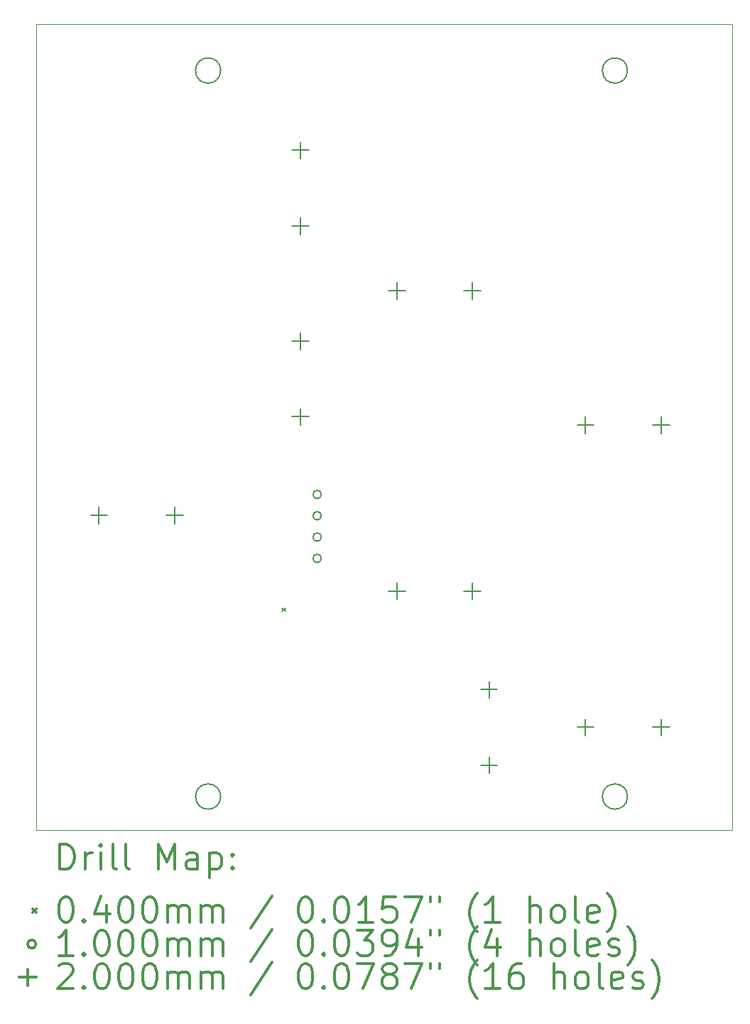
<source format=gbr>
%FSLAX45Y45*%
G04 Gerber Fmt 4.5, Leading zero omitted, Abs format (unit mm)*
G04 Created by KiCad (PCBNEW (5.1.10)-1) date 2022-04-02 15:52:20*
%MOMM*%
%LPD*%
G01*
G04 APERTURE LIST*
%TA.AperFunction,Profile*%
%ADD10C,0.150000*%
%TD*%
%TA.AperFunction,Profile*%
%ADD11C,0.050000*%
%TD*%
%ADD12C,0.200000*%
%ADD13C,0.300000*%
G04 APERTURE END LIST*
D10*
X11200000Y-14300000D02*
G75*
G03*
X11200000Y-14300000I-150000J0D01*
G01*
X16050000Y-14300000D02*
G75*
G03*
X16050000Y-14300000I-150000J0D01*
G01*
X16050000Y-5650000D02*
G75*
G03*
X16050000Y-5650000I-150000J0D01*
G01*
X11200000Y-5650000D02*
G75*
G03*
X11200000Y-5650000I-150000J0D01*
G01*
D11*
X9000000Y-14700000D02*
X17300000Y-14700000D01*
X9000000Y-5100000D02*
X9000000Y-14700000D01*
X17300000Y-5100000D02*
X9000000Y-5100000D01*
X17300000Y-5100000D02*
X17300000Y-14700000D01*
D12*
X11930000Y-12055000D02*
X11970000Y-12095000D01*
X11970000Y-12055000D02*
X11930000Y-12095000D01*
X12400000Y-10700000D02*
G75*
G03*
X12400000Y-10700000I-50000J0D01*
G01*
X12400000Y-10954000D02*
G75*
G03*
X12400000Y-10954000I-50000J0D01*
G01*
X12400000Y-11208000D02*
G75*
G03*
X12400000Y-11208000I-50000J0D01*
G01*
X12400000Y-11462000D02*
G75*
G03*
X12400000Y-11462000I-50000J0D01*
G01*
X9750000Y-10850000D02*
X9750000Y-11050000D01*
X9650000Y-10950000D02*
X9850000Y-10950000D01*
X10650000Y-10850000D02*
X10650000Y-11050000D01*
X10550000Y-10950000D02*
X10750000Y-10950000D01*
X12150000Y-6500000D02*
X12150000Y-6700000D01*
X12050000Y-6600000D02*
X12250000Y-6600000D01*
X12150000Y-7400000D02*
X12150000Y-7600000D01*
X12050000Y-7500000D02*
X12250000Y-7500000D01*
X12150000Y-8775000D02*
X12150000Y-8975000D01*
X12050000Y-8875000D02*
X12250000Y-8875000D01*
X12150000Y-9675000D02*
X12150000Y-9875000D01*
X12050000Y-9775000D02*
X12250000Y-9775000D01*
X13300000Y-8175000D02*
X13300000Y-8375000D01*
X13200000Y-8275000D02*
X13400000Y-8275000D01*
X13300000Y-11750000D02*
X13300000Y-11950000D01*
X13200000Y-11850000D02*
X13400000Y-11850000D01*
X14200000Y-8175000D02*
X14200000Y-8375000D01*
X14100000Y-8275000D02*
X14300000Y-8275000D01*
X14200000Y-11750000D02*
X14200000Y-11950000D01*
X14100000Y-11850000D02*
X14300000Y-11850000D01*
X14400000Y-12925000D02*
X14400000Y-13125000D01*
X14300000Y-13025000D02*
X14500000Y-13025000D01*
X14400000Y-13825000D02*
X14400000Y-14025000D01*
X14300000Y-13925000D02*
X14500000Y-13925000D01*
X15550000Y-9775000D02*
X15550000Y-9975000D01*
X15450000Y-9875000D02*
X15650000Y-9875000D01*
X15550000Y-13375000D02*
X15550000Y-13575000D01*
X15450000Y-13475000D02*
X15650000Y-13475000D01*
X16450000Y-9775000D02*
X16450000Y-9975000D01*
X16350000Y-9875000D02*
X16550000Y-9875000D01*
X16450000Y-13375000D02*
X16450000Y-13575000D01*
X16350000Y-13475000D02*
X16550000Y-13475000D01*
D13*
X9283928Y-15168214D02*
X9283928Y-14868214D01*
X9355357Y-14868214D01*
X9398214Y-14882500D01*
X9426786Y-14911071D01*
X9441071Y-14939643D01*
X9455357Y-14996786D01*
X9455357Y-15039643D01*
X9441071Y-15096786D01*
X9426786Y-15125357D01*
X9398214Y-15153929D01*
X9355357Y-15168214D01*
X9283928Y-15168214D01*
X9583928Y-15168214D02*
X9583928Y-14968214D01*
X9583928Y-15025357D02*
X9598214Y-14996786D01*
X9612500Y-14982500D01*
X9641071Y-14968214D01*
X9669643Y-14968214D01*
X9769643Y-15168214D02*
X9769643Y-14968214D01*
X9769643Y-14868214D02*
X9755357Y-14882500D01*
X9769643Y-14896786D01*
X9783928Y-14882500D01*
X9769643Y-14868214D01*
X9769643Y-14896786D01*
X9955357Y-15168214D02*
X9926786Y-15153929D01*
X9912500Y-15125357D01*
X9912500Y-14868214D01*
X10112500Y-15168214D02*
X10083928Y-15153929D01*
X10069643Y-15125357D01*
X10069643Y-14868214D01*
X10455357Y-15168214D02*
X10455357Y-14868214D01*
X10555357Y-15082500D01*
X10655357Y-14868214D01*
X10655357Y-15168214D01*
X10926786Y-15168214D02*
X10926786Y-15011071D01*
X10912500Y-14982500D01*
X10883928Y-14968214D01*
X10826786Y-14968214D01*
X10798214Y-14982500D01*
X10926786Y-15153929D02*
X10898214Y-15168214D01*
X10826786Y-15168214D01*
X10798214Y-15153929D01*
X10783928Y-15125357D01*
X10783928Y-15096786D01*
X10798214Y-15068214D01*
X10826786Y-15053929D01*
X10898214Y-15053929D01*
X10926786Y-15039643D01*
X11069643Y-14968214D02*
X11069643Y-15268214D01*
X11069643Y-14982500D02*
X11098214Y-14968214D01*
X11155357Y-14968214D01*
X11183928Y-14982500D01*
X11198214Y-14996786D01*
X11212500Y-15025357D01*
X11212500Y-15111071D01*
X11198214Y-15139643D01*
X11183928Y-15153929D01*
X11155357Y-15168214D01*
X11098214Y-15168214D01*
X11069643Y-15153929D01*
X11341071Y-15139643D02*
X11355357Y-15153929D01*
X11341071Y-15168214D01*
X11326786Y-15153929D01*
X11341071Y-15139643D01*
X11341071Y-15168214D01*
X11341071Y-14982500D02*
X11355357Y-14996786D01*
X11341071Y-15011071D01*
X11326786Y-14996786D01*
X11341071Y-14982500D01*
X11341071Y-15011071D01*
X8957500Y-15642500D02*
X8997500Y-15682500D01*
X8997500Y-15642500D02*
X8957500Y-15682500D01*
X9341071Y-15498214D02*
X9369643Y-15498214D01*
X9398214Y-15512500D01*
X9412500Y-15526786D01*
X9426786Y-15555357D01*
X9441071Y-15612500D01*
X9441071Y-15683929D01*
X9426786Y-15741071D01*
X9412500Y-15769643D01*
X9398214Y-15783929D01*
X9369643Y-15798214D01*
X9341071Y-15798214D01*
X9312500Y-15783929D01*
X9298214Y-15769643D01*
X9283928Y-15741071D01*
X9269643Y-15683929D01*
X9269643Y-15612500D01*
X9283928Y-15555357D01*
X9298214Y-15526786D01*
X9312500Y-15512500D01*
X9341071Y-15498214D01*
X9569643Y-15769643D02*
X9583928Y-15783929D01*
X9569643Y-15798214D01*
X9555357Y-15783929D01*
X9569643Y-15769643D01*
X9569643Y-15798214D01*
X9841071Y-15598214D02*
X9841071Y-15798214D01*
X9769643Y-15483929D02*
X9698214Y-15698214D01*
X9883928Y-15698214D01*
X10055357Y-15498214D02*
X10083928Y-15498214D01*
X10112500Y-15512500D01*
X10126786Y-15526786D01*
X10141071Y-15555357D01*
X10155357Y-15612500D01*
X10155357Y-15683929D01*
X10141071Y-15741071D01*
X10126786Y-15769643D01*
X10112500Y-15783929D01*
X10083928Y-15798214D01*
X10055357Y-15798214D01*
X10026786Y-15783929D01*
X10012500Y-15769643D01*
X9998214Y-15741071D01*
X9983928Y-15683929D01*
X9983928Y-15612500D01*
X9998214Y-15555357D01*
X10012500Y-15526786D01*
X10026786Y-15512500D01*
X10055357Y-15498214D01*
X10341071Y-15498214D02*
X10369643Y-15498214D01*
X10398214Y-15512500D01*
X10412500Y-15526786D01*
X10426786Y-15555357D01*
X10441071Y-15612500D01*
X10441071Y-15683929D01*
X10426786Y-15741071D01*
X10412500Y-15769643D01*
X10398214Y-15783929D01*
X10369643Y-15798214D01*
X10341071Y-15798214D01*
X10312500Y-15783929D01*
X10298214Y-15769643D01*
X10283928Y-15741071D01*
X10269643Y-15683929D01*
X10269643Y-15612500D01*
X10283928Y-15555357D01*
X10298214Y-15526786D01*
X10312500Y-15512500D01*
X10341071Y-15498214D01*
X10569643Y-15798214D02*
X10569643Y-15598214D01*
X10569643Y-15626786D02*
X10583928Y-15612500D01*
X10612500Y-15598214D01*
X10655357Y-15598214D01*
X10683928Y-15612500D01*
X10698214Y-15641071D01*
X10698214Y-15798214D01*
X10698214Y-15641071D02*
X10712500Y-15612500D01*
X10741071Y-15598214D01*
X10783928Y-15598214D01*
X10812500Y-15612500D01*
X10826786Y-15641071D01*
X10826786Y-15798214D01*
X10969643Y-15798214D02*
X10969643Y-15598214D01*
X10969643Y-15626786D02*
X10983928Y-15612500D01*
X11012500Y-15598214D01*
X11055357Y-15598214D01*
X11083928Y-15612500D01*
X11098214Y-15641071D01*
X11098214Y-15798214D01*
X11098214Y-15641071D02*
X11112500Y-15612500D01*
X11141071Y-15598214D01*
X11183928Y-15598214D01*
X11212500Y-15612500D01*
X11226786Y-15641071D01*
X11226786Y-15798214D01*
X11812500Y-15483929D02*
X11555357Y-15869643D01*
X12198214Y-15498214D02*
X12226786Y-15498214D01*
X12255357Y-15512500D01*
X12269643Y-15526786D01*
X12283928Y-15555357D01*
X12298214Y-15612500D01*
X12298214Y-15683929D01*
X12283928Y-15741071D01*
X12269643Y-15769643D01*
X12255357Y-15783929D01*
X12226786Y-15798214D01*
X12198214Y-15798214D01*
X12169643Y-15783929D01*
X12155357Y-15769643D01*
X12141071Y-15741071D01*
X12126786Y-15683929D01*
X12126786Y-15612500D01*
X12141071Y-15555357D01*
X12155357Y-15526786D01*
X12169643Y-15512500D01*
X12198214Y-15498214D01*
X12426786Y-15769643D02*
X12441071Y-15783929D01*
X12426786Y-15798214D01*
X12412500Y-15783929D01*
X12426786Y-15769643D01*
X12426786Y-15798214D01*
X12626786Y-15498214D02*
X12655357Y-15498214D01*
X12683928Y-15512500D01*
X12698214Y-15526786D01*
X12712500Y-15555357D01*
X12726786Y-15612500D01*
X12726786Y-15683929D01*
X12712500Y-15741071D01*
X12698214Y-15769643D01*
X12683928Y-15783929D01*
X12655357Y-15798214D01*
X12626786Y-15798214D01*
X12598214Y-15783929D01*
X12583928Y-15769643D01*
X12569643Y-15741071D01*
X12555357Y-15683929D01*
X12555357Y-15612500D01*
X12569643Y-15555357D01*
X12583928Y-15526786D01*
X12598214Y-15512500D01*
X12626786Y-15498214D01*
X13012500Y-15798214D02*
X12841071Y-15798214D01*
X12926786Y-15798214D02*
X12926786Y-15498214D01*
X12898214Y-15541071D01*
X12869643Y-15569643D01*
X12841071Y-15583929D01*
X13283928Y-15498214D02*
X13141071Y-15498214D01*
X13126786Y-15641071D01*
X13141071Y-15626786D01*
X13169643Y-15612500D01*
X13241071Y-15612500D01*
X13269643Y-15626786D01*
X13283928Y-15641071D01*
X13298214Y-15669643D01*
X13298214Y-15741071D01*
X13283928Y-15769643D01*
X13269643Y-15783929D01*
X13241071Y-15798214D01*
X13169643Y-15798214D01*
X13141071Y-15783929D01*
X13126786Y-15769643D01*
X13398214Y-15498214D02*
X13598214Y-15498214D01*
X13469643Y-15798214D01*
X13698214Y-15498214D02*
X13698214Y-15555357D01*
X13812500Y-15498214D02*
X13812500Y-15555357D01*
X14255357Y-15912500D02*
X14241071Y-15898214D01*
X14212500Y-15855357D01*
X14198214Y-15826786D01*
X14183928Y-15783929D01*
X14169643Y-15712500D01*
X14169643Y-15655357D01*
X14183928Y-15583929D01*
X14198214Y-15541071D01*
X14212500Y-15512500D01*
X14241071Y-15469643D01*
X14255357Y-15455357D01*
X14526786Y-15798214D02*
X14355357Y-15798214D01*
X14441071Y-15798214D02*
X14441071Y-15498214D01*
X14412500Y-15541071D01*
X14383928Y-15569643D01*
X14355357Y-15583929D01*
X14883928Y-15798214D02*
X14883928Y-15498214D01*
X15012500Y-15798214D02*
X15012500Y-15641071D01*
X14998214Y-15612500D01*
X14969643Y-15598214D01*
X14926786Y-15598214D01*
X14898214Y-15612500D01*
X14883928Y-15626786D01*
X15198214Y-15798214D02*
X15169643Y-15783929D01*
X15155357Y-15769643D01*
X15141071Y-15741071D01*
X15141071Y-15655357D01*
X15155357Y-15626786D01*
X15169643Y-15612500D01*
X15198214Y-15598214D01*
X15241071Y-15598214D01*
X15269643Y-15612500D01*
X15283928Y-15626786D01*
X15298214Y-15655357D01*
X15298214Y-15741071D01*
X15283928Y-15769643D01*
X15269643Y-15783929D01*
X15241071Y-15798214D01*
X15198214Y-15798214D01*
X15469643Y-15798214D02*
X15441071Y-15783929D01*
X15426786Y-15755357D01*
X15426786Y-15498214D01*
X15698214Y-15783929D02*
X15669643Y-15798214D01*
X15612500Y-15798214D01*
X15583928Y-15783929D01*
X15569643Y-15755357D01*
X15569643Y-15641071D01*
X15583928Y-15612500D01*
X15612500Y-15598214D01*
X15669643Y-15598214D01*
X15698214Y-15612500D01*
X15712500Y-15641071D01*
X15712500Y-15669643D01*
X15569643Y-15698214D01*
X15812500Y-15912500D02*
X15826786Y-15898214D01*
X15855357Y-15855357D01*
X15869643Y-15826786D01*
X15883928Y-15783929D01*
X15898214Y-15712500D01*
X15898214Y-15655357D01*
X15883928Y-15583929D01*
X15869643Y-15541071D01*
X15855357Y-15512500D01*
X15826786Y-15469643D01*
X15812500Y-15455357D01*
X8997500Y-16058500D02*
G75*
G03*
X8997500Y-16058500I-50000J0D01*
G01*
X9441071Y-16194214D02*
X9269643Y-16194214D01*
X9355357Y-16194214D02*
X9355357Y-15894214D01*
X9326786Y-15937071D01*
X9298214Y-15965643D01*
X9269643Y-15979929D01*
X9569643Y-16165643D02*
X9583928Y-16179929D01*
X9569643Y-16194214D01*
X9555357Y-16179929D01*
X9569643Y-16165643D01*
X9569643Y-16194214D01*
X9769643Y-15894214D02*
X9798214Y-15894214D01*
X9826786Y-15908500D01*
X9841071Y-15922786D01*
X9855357Y-15951357D01*
X9869643Y-16008500D01*
X9869643Y-16079929D01*
X9855357Y-16137071D01*
X9841071Y-16165643D01*
X9826786Y-16179929D01*
X9798214Y-16194214D01*
X9769643Y-16194214D01*
X9741071Y-16179929D01*
X9726786Y-16165643D01*
X9712500Y-16137071D01*
X9698214Y-16079929D01*
X9698214Y-16008500D01*
X9712500Y-15951357D01*
X9726786Y-15922786D01*
X9741071Y-15908500D01*
X9769643Y-15894214D01*
X10055357Y-15894214D02*
X10083928Y-15894214D01*
X10112500Y-15908500D01*
X10126786Y-15922786D01*
X10141071Y-15951357D01*
X10155357Y-16008500D01*
X10155357Y-16079929D01*
X10141071Y-16137071D01*
X10126786Y-16165643D01*
X10112500Y-16179929D01*
X10083928Y-16194214D01*
X10055357Y-16194214D01*
X10026786Y-16179929D01*
X10012500Y-16165643D01*
X9998214Y-16137071D01*
X9983928Y-16079929D01*
X9983928Y-16008500D01*
X9998214Y-15951357D01*
X10012500Y-15922786D01*
X10026786Y-15908500D01*
X10055357Y-15894214D01*
X10341071Y-15894214D02*
X10369643Y-15894214D01*
X10398214Y-15908500D01*
X10412500Y-15922786D01*
X10426786Y-15951357D01*
X10441071Y-16008500D01*
X10441071Y-16079929D01*
X10426786Y-16137071D01*
X10412500Y-16165643D01*
X10398214Y-16179929D01*
X10369643Y-16194214D01*
X10341071Y-16194214D01*
X10312500Y-16179929D01*
X10298214Y-16165643D01*
X10283928Y-16137071D01*
X10269643Y-16079929D01*
X10269643Y-16008500D01*
X10283928Y-15951357D01*
X10298214Y-15922786D01*
X10312500Y-15908500D01*
X10341071Y-15894214D01*
X10569643Y-16194214D02*
X10569643Y-15994214D01*
X10569643Y-16022786D02*
X10583928Y-16008500D01*
X10612500Y-15994214D01*
X10655357Y-15994214D01*
X10683928Y-16008500D01*
X10698214Y-16037071D01*
X10698214Y-16194214D01*
X10698214Y-16037071D02*
X10712500Y-16008500D01*
X10741071Y-15994214D01*
X10783928Y-15994214D01*
X10812500Y-16008500D01*
X10826786Y-16037071D01*
X10826786Y-16194214D01*
X10969643Y-16194214D02*
X10969643Y-15994214D01*
X10969643Y-16022786D02*
X10983928Y-16008500D01*
X11012500Y-15994214D01*
X11055357Y-15994214D01*
X11083928Y-16008500D01*
X11098214Y-16037071D01*
X11098214Y-16194214D01*
X11098214Y-16037071D02*
X11112500Y-16008500D01*
X11141071Y-15994214D01*
X11183928Y-15994214D01*
X11212500Y-16008500D01*
X11226786Y-16037071D01*
X11226786Y-16194214D01*
X11812500Y-15879929D02*
X11555357Y-16265643D01*
X12198214Y-15894214D02*
X12226786Y-15894214D01*
X12255357Y-15908500D01*
X12269643Y-15922786D01*
X12283928Y-15951357D01*
X12298214Y-16008500D01*
X12298214Y-16079929D01*
X12283928Y-16137071D01*
X12269643Y-16165643D01*
X12255357Y-16179929D01*
X12226786Y-16194214D01*
X12198214Y-16194214D01*
X12169643Y-16179929D01*
X12155357Y-16165643D01*
X12141071Y-16137071D01*
X12126786Y-16079929D01*
X12126786Y-16008500D01*
X12141071Y-15951357D01*
X12155357Y-15922786D01*
X12169643Y-15908500D01*
X12198214Y-15894214D01*
X12426786Y-16165643D02*
X12441071Y-16179929D01*
X12426786Y-16194214D01*
X12412500Y-16179929D01*
X12426786Y-16165643D01*
X12426786Y-16194214D01*
X12626786Y-15894214D02*
X12655357Y-15894214D01*
X12683928Y-15908500D01*
X12698214Y-15922786D01*
X12712500Y-15951357D01*
X12726786Y-16008500D01*
X12726786Y-16079929D01*
X12712500Y-16137071D01*
X12698214Y-16165643D01*
X12683928Y-16179929D01*
X12655357Y-16194214D01*
X12626786Y-16194214D01*
X12598214Y-16179929D01*
X12583928Y-16165643D01*
X12569643Y-16137071D01*
X12555357Y-16079929D01*
X12555357Y-16008500D01*
X12569643Y-15951357D01*
X12583928Y-15922786D01*
X12598214Y-15908500D01*
X12626786Y-15894214D01*
X12826786Y-15894214D02*
X13012500Y-15894214D01*
X12912500Y-16008500D01*
X12955357Y-16008500D01*
X12983928Y-16022786D01*
X12998214Y-16037071D01*
X13012500Y-16065643D01*
X13012500Y-16137071D01*
X12998214Y-16165643D01*
X12983928Y-16179929D01*
X12955357Y-16194214D01*
X12869643Y-16194214D01*
X12841071Y-16179929D01*
X12826786Y-16165643D01*
X13155357Y-16194214D02*
X13212500Y-16194214D01*
X13241071Y-16179929D01*
X13255357Y-16165643D01*
X13283928Y-16122786D01*
X13298214Y-16065643D01*
X13298214Y-15951357D01*
X13283928Y-15922786D01*
X13269643Y-15908500D01*
X13241071Y-15894214D01*
X13183928Y-15894214D01*
X13155357Y-15908500D01*
X13141071Y-15922786D01*
X13126786Y-15951357D01*
X13126786Y-16022786D01*
X13141071Y-16051357D01*
X13155357Y-16065643D01*
X13183928Y-16079929D01*
X13241071Y-16079929D01*
X13269643Y-16065643D01*
X13283928Y-16051357D01*
X13298214Y-16022786D01*
X13555357Y-15994214D02*
X13555357Y-16194214D01*
X13483928Y-15879929D02*
X13412500Y-16094214D01*
X13598214Y-16094214D01*
X13698214Y-15894214D02*
X13698214Y-15951357D01*
X13812500Y-15894214D02*
X13812500Y-15951357D01*
X14255357Y-16308500D02*
X14241071Y-16294214D01*
X14212500Y-16251357D01*
X14198214Y-16222786D01*
X14183928Y-16179929D01*
X14169643Y-16108500D01*
X14169643Y-16051357D01*
X14183928Y-15979929D01*
X14198214Y-15937071D01*
X14212500Y-15908500D01*
X14241071Y-15865643D01*
X14255357Y-15851357D01*
X14498214Y-15994214D02*
X14498214Y-16194214D01*
X14426786Y-15879929D02*
X14355357Y-16094214D01*
X14541071Y-16094214D01*
X14883928Y-16194214D02*
X14883928Y-15894214D01*
X15012500Y-16194214D02*
X15012500Y-16037071D01*
X14998214Y-16008500D01*
X14969643Y-15994214D01*
X14926786Y-15994214D01*
X14898214Y-16008500D01*
X14883928Y-16022786D01*
X15198214Y-16194214D02*
X15169643Y-16179929D01*
X15155357Y-16165643D01*
X15141071Y-16137071D01*
X15141071Y-16051357D01*
X15155357Y-16022786D01*
X15169643Y-16008500D01*
X15198214Y-15994214D01*
X15241071Y-15994214D01*
X15269643Y-16008500D01*
X15283928Y-16022786D01*
X15298214Y-16051357D01*
X15298214Y-16137071D01*
X15283928Y-16165643D01*
X15269643Y-16179929D01*
X15241071Y-16194214D01*
X15198214Y-16194214D01*
X15469643Y-16194214D02*
X15441071Y-16179929D01*
X15426786Y-16151357D01*
X15426786Y-15894214D01*
X15698214Y-16179929D02*
X15669643Y-16194214D01*
X15612500Y-16194214D01*
X15583928Y-16179929D01*
X15569643Y-16151357D01*
X15569643Y-16037071D01*
X15583928Y-16008500D01*
X15612500Y-15994214D01*
X15669643Y-15994214D01*
X15698214Y-16008500D01*
X15712500Y-16037071D01*
X15712500Y-16065643D01*
X15569643Y-16094214D01*
X15826786Y-16179929D02*
X15855357Y-16194214D01*
X15912500Y-16194214D01*
X15941071Y-16179929D01*
X15955357Y-16151357D01*
X15955357Y-16137071D01*
X15941071Y-16108500D01*
X15912500Y-16094214D01*
X15869643Y-16094214D01*
X15841071Y-16079929D01*
X15826786Y-16051357D01*
X15826786Y-16037071D01*
X15841071Y-16008500D01*
X15869643Y-15994214D01*
X15912500Y-15994214D01*
X15941071Y-16008500D01*
X16055357Y-16308500D02*
X16069643Y-16294214D01*
X16098214Y-16251357D01*
X16112500Y-16222786D01*
X16126786Y-16179929D01*
X16141071Y-16108500D01*
X16141071Y-16051357D01*
X16126786Y-15979929D01*
X16112500Y-15937071D01*
X16098214Y-15908500D01*
X16069643Y-15865643D01*
X16055357Y-15851357D01*
X8897500Y-16354500D02*
X8897500Y-16554500D01*
X8797500Y-16454500D02*
X8997500Y-16454500D01*
X9269643Y-16318786D02*
X9283928Y-16304500D01*
X9312500Y-16290214D01*
X9383928Y-16290214D01*
X9412500Y-16304500D01*
X9426786Y-16318786D01*
X9441071Y-16347357D01*
X9441071Y-16375929D01*
X9426786Y-16418786D01*
X9255357Y-16590214D01*
X9441071Y-16590214D01*
X9569643Y-16561643D02*
X9583928Y-16575929D01*
X9569643Y-16590214D01*
X9555357Y-16575929D01*
X9569643Y-16561643D01*
X9569643Y-16590214D01*
X9769643Y-16290214D02*
X9798214Y-16290214D01*
X9826786Y-16304500D01*
X9841071Y-16318786D01*
X9855357Y-16347357D01*
X9869643Y-16404500D01*
X9869643Y-16475929D01*
X9855357Y-16533071D01*
X9841071Y-16561643D01*
X9826786Y-16575929D01*
X9798214Y-16590214D01*
X9769643Y-16590214D01*
X9741071Y-16575929D01*
X9726786Y-16561643D01*
X9712500Y-16533071D01*
X9698214Y-16475929D01*
X9698214Y-16404500D01*
X9712500Y-16347357D01*
X9726786Y-16318786D01*
X9741071Y-16304500D01*
X9769643Y-16290214D01*
X10055357Y-16290214D02*
X10083928Y-16290214D01*
X10112500Y-16304500D01*
X10126786Y-16318786D01*
X10141071Y-16347357D01*
X10155357Y-16404500D01*
X10155357Y-16475929D01*
X10141071Y-16533071D01*
X10126786Y-16561643D01*
X10112500Y-16575929D01*
X10083928Y-16590214D01*
X10055357Y-16590214D01*
X10026786Y-16575929D01*
X10012500Y-16561643D01*
X9998214Y-16533071D01*
X9983928Y-16475929D01*
X9983928Y-16404500D01*
X9998214Y-16347357D01*
X10012500Y-16318786D01*
X10026786Y-16304500D01*
X10055357Y-16290214D01*
X10341071Y-16290214D02*
X10369643Y-16290214D01*
X10398214Y-16304500D01*
X10412500Y-16318786D01*
X10426786Y-16347357D01*
X10441071Y-16404500D01*
X10441071Y-16475929D01*
X10426786Y-16533071D01*
X10412500Y-16561643D01*
X10398214Y-16575929D01*
X10369643Y-16590214D01*
X10341071Y-16590214D01*
X10312500Y-16575929D01*
X10298214Y-16561643D01*
X10283928Y-16533071D01*
X10269643Y-16475929D01*
X10269643Y-16404500D01*
X10283928Y-16347357D01*
X10298214Y-16318786D01*
X10312500Y-16304500D01*
X10341071Y-16290214D01*
X10569643Y-16590214D02*
X10569643Y-16390214D01*
X10569643Y-16418786D02*
X10583928Y-16404500D01*
X10612500Y-16390214D01*
X10655357Y-16390214D01*
X10683928Y-16404500D01*
X10698214Y-16433071D01*
X10698214Y-16590214D01*
X10698214Y-16433071D02*
X10712500Y-16404500D01*
X10741071Y-16390214D01*
X10783928Y-16390214D01*
X10812500Y-16404500D01*
X10826786Y-16433071D01*
X10826786Y-16590214D01*
X10969643Y-16590214D02*
X10969643Y-16390214D01*
X10969643Y-16418786D02*
X10983928Y-16404500D01*
X11012500Y-16390214D01*
X11055357Y-16390214D01*
X11083928Y-16404500D01*
X11098214Y-16433071D01*
X11098214Y-16590214D01*
X11098214Y-16433071D02*
X11112500Y-16404500D01*
X11141071Y-16390214D01*
X11183928Y-16390214D01*
X11212500Y-16404500D01*
X11226786Y-16433071D01*
X11226786Y-16590214D01*
X11812500Y-16275929D02*
X11555357Y-16661643D01*
X12198214Y-16290214D02*
X12226786Y-16290214D01*
X12255357Y-16304500D01*
X12269643Y-16318786D01*
X12283928Y-16347357D01*
X12298214Y-16404500D01*
X12298214Y-16475929D01*
X12283928Y-16533071D01*
X12269643Y-16561643D01*
X12255357Y-16575929D01*
X12226786Y-16590214D01*
X12198214Y-16590214D01*
X12169643Y-16575929D01*
X12155357Y-16561643D01*
X12141071Y-16533071D01*
X12126786Y-16475929D01*
X12126786Y-16404500D01*
X12141071Y-16347357D01*
X12155357Y-16318786D01*
X12169643Y-16304500D01*
X12198214Y-16290214D01*
X12426786Y-16561643D02*
X12441071Y-16575929D01*
X12426786Y-16590214D01*
X12412500Y-16575929D01*
X12426786Y-16561643D01*
X12426786Y-16590214D01*
X12626786Y-16290214D02*
X12655357Y-16290214D01*
X12683928Y-16304500D01*
X12698214Y-16318786D01*
X12712500Y-16347357D01*
X12726786Y-16404500D01*
X12726786Y-16475929D01*
X12712500Y-16533071D01*
X12698214Y-16561643D01*
X12683928Y-16575929D01*
X12655357Y-16590214D01*
X12626786Y-16590214D01*
X12598214Y-16575929D01*
X12583928Y-16561643D01*
X12569643Y-16533071D01*
X12555357Y-16475929D01*
X12555357Y-16404500D01*
X12569643Y-16347357D01*
X12583928Y-16318786D01*
X12598214Y-16304500D01*
X12626786Y-16290214D01*
X12826786Y-16290214D02*
X13026786Y-16290214D01*
X12898214Y-16590214D01*
X13183928Y-16418786D02*
X13155357Y-16404500D01*
X13141071Y-16390214D01*
X13126786Y-16361643D01*
X13126786Y-16347357D01*
X13141071Y-16318786D01*
X13155357Y-16304500D01*
X13183928Y-16290214D01*
X13241071Y-16290214D01*
X13269643Y-16304500D01*
X13283928Y-16318786D01*
X13298214Y-16347357D01*
X13298214Y-16361643D01*
X13283928Y-16390214D01*
X13269643Y-16404500D01*
X13241071Y-16418786D01*
X13183928Y-16418786D01*
X13155357Y-16433071D01*
X13141071Y-16447357D01*
X13126786Y-16475929D01*
X13126786Y-16533071D01*
X13141071Y-16561643D01*
X13155357Y-16575929D01*
X13183928Y-16590214D01*
X13241071Y-16590214D01*
X13269643Y-16575929D01*
X13283928Y-16561643D01*
X13298214Y-16533071D01*
X13298214Y-16475929D01*
X13283928Y-16447357D01*
X13269643Y-16433071D01*
X13241071Y-16418786D01*
X13398214Y-16290214D02*
X13598214Y-16290214D01*
X13469643Y-16590214D01*
X13698214Y-16290214D02*
X13698214Y-16347357D01*
X13812500Y-16290214D02*
X13812500Y-16347357D01*
X14255357Y-16704500D02*
X14241071Y-16690214D01*
X14212500Y-16647357D01*
X14198214Y-16618786D01*
X14183928Y-16575929D01*
X14169643Y-16504500D01*
X14169643Y-16447357D01*
X14183928Y-16375929D01*
X14198214Y-16333071D01*
X14212500Y-16304500D01*
X14241071Y-16261643D01*
X14255357Y-16247357D01*
X14526786Y-16590214D02*
X14355357Y-16590214D01*
X14441071Y-16590214D02*
X14441071Y-16290214D01*
X14412500Y-16333071D01*
X14383928Y-16361643D01*
X14355357Y-16375929D01*
X14783928Y-16290214D02*
X14726786Y-16290214D01*
X14698214Y-16304500D01*
X14683928Y-16318786D01*
X14655357Y-16361643D01*
X14641071Y-16418786D01*
X14641071Y-16533071D01*
X14655357Y-16561643D01*
X14669643Y-16575929D01*
X14698214Y-16590214D01*
X14755357Y-16590214D01*
X14783928Y-16575929D01*
X14798214Y-16561643D01*
X14812500Y-16533071D01*
X14812500Y-16461643D01*
X14798214Y-16433071D01*
X14783928Y-16418786D01*
X14755357Y-16404500D01*
X14698214Y-16404500D01*
X14669643Y-16418786D01*
X14655357Y-16433071D01*
X14641071Y-16461643D01*
X15169643Y-16590214D02*
X15169643Y-16290214D01*
X15298214Y-16590214D02*
X15298214Y-16433071D01*
X15283928Y-16404500D01*
X15255357Y-16390214D01*
X15212500Y-16390214D01*
X15183928Y-16404500D01*
X15169643Y-16418786D01*
X15483928Y-16590214D02*
X15455357Y-16575929D01*
X15441071Y-16561643D01*
X15426786Y-16533071D01*
X15426786Y-16447357D01*
X15441071Y-16418786D01*
X15455357Y-16404500D01*
X15483928Y-16390214D01*
X15526786Y-16390214D01*
X15555357Y-16404500D01*
X15569643Y-16418786D01*
X15583928Y-16447357D01*
X15583928Y-16533071D01*
X15569643Y-16561643D01*
X15555357Y-16575929D01*
X15526786Y-16590214D01*
X15483928Y-16590214D01*
X15755357Y-16590214D02*
X15726786Y-16575929D01*
X15712500Y-16547357D01*
X15712500Y-16290214D01*
X15983928Y-16575929D02*
X15955357Y-16590214D01*
X15898214Y-16590214D01*
X15869643Y-16575929D01*
X15855357Y-16547357D01*
X15855357Y-16433071D01*
X15869643Y-16404500D01*
X15898214Y-16390214D01*
X15955357Y-16390214D01*
X15983928Y-16404500D01*
X15998214Y-16433071D01*
X15998214Y-16461643D01*
X15855357Y-16490214D01*
X16112500Y-16575929D02*
X16141071Y-16590214D01*
X16198214Y-16590214D01*
X16226786Y-16575929D01*
X16241071Y-16547357D01*
X16241071Y-16533071D01*
X16226786Y-16504500D01*
X16198214Y-16490214D01*
X16155357Y-16490214D01*
X16126786Y-16475929D01*
X16112500Y-16447357D01*
X16112500Y-16433071D01*
X16126786Y-16404500D01*
X16155357Y-16390214D01*
X16198214Y-16390214D01*
X16226786Y-16404500D01*
X16341071Y-16704500D02*
X16355357Y-16690214D01*
X16383928Y-16647357D01*
X16398214Y-16618786D01*
X16412500Y-16575929D01*
X16426786Y-16504500D01*
X16426786Y-16447357D01*
X16412500Y-16375929D01*
X16398214Y-16333071D01*
X16383928Y-16304500D01*
X16355357Y-16261643D01*
X16341071Y-16247357D01*
M02*

</source>
